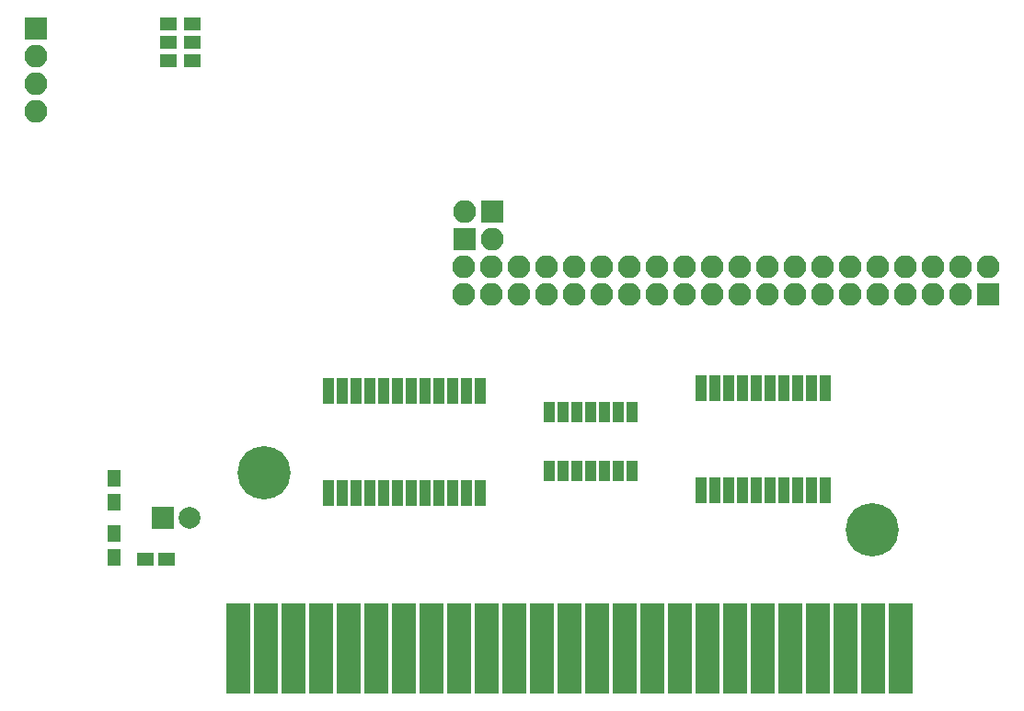
<source format=gbr>
G04 #@! TF.GenerationSoftware,KiCad,Pcbnew,5.1.5+dfsg1-2*
G04 #@! TF.CreationDate,2020-03-22T01:56:16+09:00*
G04 #@! TF.ProjectId,rpmpv1,72706d70-7631-42e6-9b69-6361645f7063,rev?*
G04 #@! TF.SameCoordinates,Original*
G04 #@! TF.FileFunction,Soldermask,Bot*
G04 #@! TF.FilePolarity,Negative*
%FSLAX46Y46*%
G04 Gerber Fmt 4.6, Leading zero omitted, Abs format (unit mm)*
G04 Created by KiCad (PCBNEW 5.1.5+dfsg1-2) date 2020-03-22 01:56:16*
%MOMM*%
%LPD*%
G04 APERTURE LIST*
%ADD10O,2.100000X2.100000*%
%ADD11R,2.100000X2.100000*%
%ADD12R,1.000000X2.400000*%
%ADD13R,1.600000X1.300000*%
%ADD14R,1.300000X1.600000*%
%ADD15R,1.000000X1.900000*%
%ADD16R,1.000000X2.350000*%
%ADD17R,1.600000X1.150000*%
%ADD18C,4.900000*%
%ADD19R,2.200000X8.400000*%
%ADD20R,2.000000X2.000000*%
%ADD21C,2.000000*%
G04 APERTURE END LIST*
D10*
X147740000Y-74710000D03*
X147740000Y-77250000D03*
X150280000Y-74710000D03*
X150280000Y-77250000D03*
X152820000Y-74710000D03*
X152820000Y-77250000D03*
X155360000Y-74710000D03*
X155360000Y-77250000D03*
X157900000Y-74710000D03*
X157900000Y-77250000D03*
X160440000Y-74710000D03*
X160440000Y-77250000D03*
X162980000Y-74710000D03*
X162980000Y-77250000D03*
X165520000Y-74710000D03*
X165520000Y-77250000D03*
X168060000Y-74710000D03*
X168060000Y-77250000D03*
X170600000Y-74710000D03*
X170600000Y-77250000D03*
X173140000Y-74710000D03*
X173140000Y-77250000D03*
X175680000Y-74710000D03*
X175680000Y-77250000D03*
X178220000Y-74710000D03*
X178220000Y-77250000D03*
X180760000Y-74710000D03*
X180760000Y-77250000D03*
X183300000Y-74710000D03*
X183300000Y-77250000D03*
X185840000Y-74710000D03*
X185840000Y-77250000D03*
X188380000Y-74710000D03*
X188380000Y-77250000D03*
X190920000Y-74710000D03*
X190920000Y-77250000D03*
X193460000Y-74710000D03*
X193460000Y-77250000D03*
X196000000Y-74710000D03*
D11*
X196000000Y-77250000D03*
D12*
X149225000Y-95505000D03*
X147955000Y-95505000D03*
X146685000Y-95505000D03*
X145415000Y-95505000D03*
X144145000Y-95505000D03*
X142875000Y-95505000D03*
X141605000Y-95505000D03*
X140335000Y-95505000D03*
X139065000Y-95505000D03*
X137795000Y-95505000D03*
X136525000Y-95505000D03*
X135255000Y-95505000D03*
X135255000Y-86105000D03*
X136525000Y-86105000D03*
X137795000Y-86105000D03*
X139065000Y-86105000D03*
X140335000Y-86105000D03*
X141605000Y-86105000D03*
X142875000Y-86105000D03*
X144145000Y-86105000D03*
X145415000Y-86105000D03*
X146685000Y-86105000D03*
X147955000Y-86105000D03*
X149225000Y-86105000D03*
D13*
X120502000Y-55753000D03*
X122702000Y-55753000D03*
D14*
X115570000Y-101430000D03*
X115570000Y-99230000D03*
D13*
X120502000Y-52324000D03*
X122702000Y-52324000D03*
D15*
X163195000Y-93505000D03*
X161925000Y-93505000D03*
X160655000Y-93505000D03*
X159385000Y-93505000D03*
X158115000Y-93505000D03*
X156845000Y-93505000D03*
X155575000Y-93505000D03*
X155575000Y-88105000D03*
X156845000Y-88105000D03*
X158115000Y-88105000D03*
X159385000Y-88105000D03*
X160655000Y-88105000D03*
X161925000Y-88105000D03*
X163195000Y-88105000D03*
D11*
X108331000Y-52768500D03*
D10*
X108331000Y-55308500D03*
X108331000Y-57848500D03*
X108331000Y-60388500D03*
D14*
X115570000Y-96350000D03*
X115570000Y-94150000D03*
D13*
X120502000Y-54038500D03*
X122702000Y-54038500D03*
D16*
X180975000Y-95252000D03*
X179705000Y-95252000D03*
X178435000Y-95252000D03*
X177165000Y-95252000D03*
X175895000Y-95252000D03*
X174625000Y-95252000D03*
X173355000Y-95252000D03*
X172085000Y-95252000D03*
X170815000Y-95252000D03*
X169545000Y-95252000D03*
X169545000Y-85852000D03*
X170815000Y-85852000D03*
X172085000Y-85852000D03*
X173355000Y-85852000D03*
X174625000Y-85852000D03*
X175895000Y-85852000D03*
X177165000Y-85852000D03*
X178435000Y-85852000D03*
X179705000Y-85852000D03*
X180975000Y-85852000D03*
D17*
X118430000Y-101600000D03*
X120330000Y-101600000D03*
D18*
X185323640Y-98897440D03*
D19*
X187939840Y-109827440D03*
X185399840Y-109827440D03*
X182859840Y-109827440D03*
X180319840Y-109827440D03*
X177779840Y-109827440D03*
X175239840Y-109827440D03*
X172699840Y-109827440D03*
X170159840Y-109827440D03*
X167619840Y-109827440D03*
X165079840Y-109827440D03*
X162539840Y-109827440D03*
X159999840Y-109827440D03*
X157459840Y-109827440D03*
X154919840Y-109827440D03*
X152379840Y-109827440D03*
X149839840Y-109827440D03*
X147299840Y-109827440D03*
X144759840Y-109827440D03*
X142219840Y-109827440D03*
X139679840Y-109827440D03*
X137139840Y-109827440D03*
X134599840Y-109827440D03*
X132059840Y-109827440D03*
X129519840Y-109827440D03*
X126979840Y-109827440D03*
D18*
X129324260Y-93695520D03*
D11*
X147760000Y-72150000D03*
D10*
X150300000Y-72150000D03*
X147760000Y-69610000D03*
D11*
X150300000Y-69610000D03*
D20*
X120015000Y-97790000D03*
D21*
X122515000Y-97790000D03*
M02*

</source>
